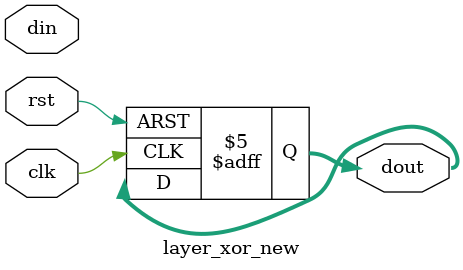
<source format=v>

module layer_xor_new 
    # ( parameter  LUT_NUM_ONE_EQUATION    		= 0  , // 29 
                   LUT_OUT_NUM_ONE_EQUATION     = 0  , // 30 
                   BUS_WIDTH                    = LUT_NUM_ONE_EQUATION*32*6 
        )
( 
            input	            						clk      ,   
            input	            						rst      ,   
            input      [BUS_WIDTH-1:0]    				din      ,
            output reg [LUT_OUT_NUM_ONE_EQUATION*32-1:0]    dout 				      

 ) ;

wire [LUT_NUM_ONE_EQUATION*32-1:0]  dout_pre ;

genvar i,j;
generate
    for (i=0; i<32; i=i+1) begin : first_layer_1
    	for (j=0; j<LUT_NUM_ONE_EQUATION; j=j+1) begin : first_layer_2
    	   	LUT6 #(
		   	   .INIT(64'h6996966996696996)  // Specify LUT Contents
		   	) LUT6_inst (
		   	   .O(dout_pre[i*LUT_NUM_ONE_EQUATION+j]),   // LUT general output
		   	   .I0(din[i*LUT_NUM_ONE_EQUATION*6+j*6]), // LUT input
		   	   .I1(din[i*LUT_NUM_ONE_EQUATION*6+j*6+1]), // LUT input
		   	   .I2(din[i*LUT_NUM_ONE_EQUATION*6+j*6+2]), // LUT input
		   	   .I3(din[i*LUT_NUM_ONE_EQUATION*6+j*6+3]), // LUT input
		   	   .I4(din[i*LUT_NUM_ONE_EQUATION*6+j*6+4]), // LUT input
		   	   .I5(din[i*LUT_NUM_ONE_EQUATION*6+j*6+5])  // LUT input
		   	);
    	end
    end
endgenerate




integer m,n ;
always @(posedge clk or posedge rst) begin
	if (rst == 1'b1) begin
		dout <= 'b0 ;
	end
    else begin
        for (m=0; m<32; m=m+1) begin 
            for (n=0; n<LUT_OUT_NUM_ONE_EQUATION; n=n+1) begin 
                if ( n<LUT_NUM_ONE_EQUATION ) begin
                    dout[m*LUT_OUT_NUM_ONE_EQUATION+n] <= dout_pre[m*LUT_NUM_ONE_EQUATION+n];
                end
                else begin
                    dout[m*LUT_OUT_NUM_ONE_EQUATION+n] <= 1'b0 ;
                end
            end
        end
    end
end

endmodule 

// always @(posedge clk or posedge rst) begin
//     if (rst == 1'b1) begin
//         dout <= 'b0 ;
//     end
//     else begin
//        dout <= dout_pre ; 
//     end
// end

</source>
